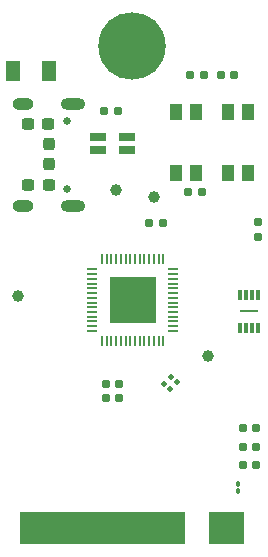
<source format=gbr>
%TF.GenerationSoftware,KiCad,Pcbnew,9.0.0*%
%TF.CreationDate,2025-02-28T21:47:31+01:00*%
%TF.ProjectId,ESP32S3_M.2_Board,45535033-3253-4335-9f4d-2e325f426f61,rev?*%
%TF.SameCoordinates,Original*%
%TF.FileFunction,Soldermask,Top*%
%TF.FilePolarity,Negative*%
%FSLAX46Y46*%
G04 Gerber Fmt 4.6, Leading zero omitted, Abs format (unit mm)*
G04 Created by KiCad (PCBNEW 9.0.0) date 2025-02-28 21:47:31*
%MOMM*%
%LPD*%
G01*
G04 APERTURE LIST*
G04 Aperture macros list*
%AMRoundRect*
0 Rectangle with rounded corners*
0 $1 Rounding radius*
0 $2 $3 $4 $5 $6 $7 $8 $9 X,Y pos of 4 corners*
0 Add a 4 corners polygon primitive as box body*
4,1,4,$2,$3,$4,$5,$6,$7,$8,$9,$2,$3,0*
0 Add four circle primitives for the rounded corners*
1,1,$1+$1,$2,$3*
1,1,$1+$1,$4,$5*
1,1,$1+$1,$6,$7*
1,1,$1+$1,$8,$9*
0 Add four rect primitives between the rounded corners*
20,1,$1+$1,$2,$3,$4,$5,0*
20,1,$1+$1,$4,$5,$6,$7,0*
20,1,$1+$1,$6,$7,$8,$9,0*
20,1,$1+$1,$8,$9,$2,$3,0*%
G04 Aperture macros list end*
%ADD10R,1.340000X0.700000*%
%ADD11R,0.300000X0.900000*%
%ADD12R,1.650000X0.250000*%
%ADD13C,1.000000*%
%ADD14O,1.800000X1.000000*%
%ADD15C,0.650000*%
%ADD16O,2.100000X1.000000*%
%ADD17RoundRect,0.160000X0.160000X-0.197500X0.160000X0.197500X-0.160000X0.197500X-0.160000X-0.197500X0*%
%ADD18RoundRect,0.155000X-0.212500X-0.155000X0.212500X-0.155000X0.212500X0.155000X-0.212500X0.155000X0*%
%ADD19RoundRect,0.100000X-0.162635X0.021213X0.021213X-0.162635X0.162635X-0.021213X-0.021213X0.162635X0*%
%ADD20RoundRect,0.237500X0.237500X-0.287500X0.237500X0.287500X-0.237500X0.287500X-0.237500X-0.287500X0*%
%ADD21RoundRect,0.050000X-0.350000X-0.050000X0.350000X-0.050000X0.350000X0.050000X-0.350000X0.050000X0*%
%ADD22RoundRect,0.050000X-0.050000X-0.350000X0.050000X-0.350000X0.050000X0.350000X-0.050000X0.350000X0*%
%ADD23R,4.000000X4.000000*%
%ADD24RoundRect,0.237500X0.300000X0.237500X-0.300000X0.237500X-0.300000X-0.237500X0.300000X-0.237500X0*%
%ADD25RoundRect,0.155000X0.212500X0.155000X-0.212500X0.155000X-0.212500X-0.155000X0.212500X-0.155000X0*%
%ADD26RoundRect,0.155000X-0.155000X0.212500X-0.155000X-0.212500X0.155000X-0.212500X0.155000X0.212500X0*%
%ADD27R,1.000000X1.450000*%
%ADD28R,1.150000X1.800000*%
%ADD29RoundRect,0.100000X0.100000X-0.130000X0.100000X0.130000X-0.100000X0.130000X-0.100000X-0.130000X0*%
%ADD30C,5.703200*%
%ADD31RoundRect,0.101600X-0.175000X-1.250000X0.175000X-1.250000X0.175000X1.250000X-0.175000X1.250000X0*%
%ADD32RoundRect,0.160000X0.197500X0.160000X-0.197500X0.160000X-0.197500X-0.160000X0.197500X-0.160000X0*%
G04 APERTURE END LIST*
D10*
%TO.C,LED1*%
X225990000Y-98750000D03*
X225990000Y-99850000D03*
X228460000Y-99850000D03*
X228460000Y-98750000D03*
%TD*%
D11*
%TO.C,U4*%
X238040000Y-114910000D03*
X238540000Y-114910000D03*
X239040000Y-114910000D03*
X239540000Y-114910000D03*
X239540000Y-112110000D03*
X239040000Y-112110000D03*
X238540000Y-112110000D03*
X238040000Y-112110000D03*
D12*
X238790000Y-113510000D03*
%TD*%
D13*
%TO.C,TP10*%
X227525000Y-103250000D03*
%TD*%
D14*
%TO.C,J1*%
X219685000Y-104620000D03*
D15*
X223365000Y-103190000D03*
X223365000Y-97410000D03*
D16*
X223865000Y-104620000D03*
D14*
X219685000Y-95980000D03*
D16*
X223865000Y-95980000D03*
%TD*%
D17*
%TO.C,R5*%
X239550000Y-107197500D03*
X239550000Y-106002500D03*
%TD*%
D18*
%TO.C,C16*%
X230340000Y-106075000D03*
X231475000Y-106075000D03*
%TD*%
D19*
%TO.C,R3*%
X231623726Y-119673726D03*
X232076274Y-120126274D03*
%TD*%
D20*
%TO.C,L3*%
X221875000Y-101075000D03*
X221875000Y-99325000D03*
%TD*%
D21*
%TO.C,U3*%
X225485000Y-109980000D03*
X225485000Y-110380000D03*
X225485000Y-110780000D03*
X225485000Y-111180000D03*
X225485000Y-111580000D03*
X225485000Y-111980000D03*
X225485000Y-112380000D03*
X225485000Y-112780000D03*
X225485000Y-113180000D03*
X225485000Y-113580000D03*
X225485000Y-113980000D03*
X225485000Y-114380000D03*
X225485000Y-114780000D03*
X225485000Y-115180000D03*
D22*
X226335000Y-116030000D03*
X226735000Y-116030000D03*
X227135000Y-116030000D03*
X227535000Y-116030000D03*
X227935000Y-116030000D03*
X228335000Y-116030000D03*
X228735000Y-116030000D03*
X229135000Y-116030000D03*
X229535000Y-116030000D03*
X229935000Y-116030000D03*
X230335000Y-116030000D03*
X230735000Y-116030000D03*
X231135000Y-116030000D03*
X231535000Y-116030000D03*
D21*
X232385000Y-115180000D03*
X232385000Y-114780000D03*
X232385000Y-114380000D03*
X232385000Y-113980000D03*
X232385000Y-113580000D03*
X232385000Y-113180000D03*
X232385000Y-112780000D03*
X232385000Y-112380000D03*
X232385000Y-111980000D03*
X232385000Y-111580000D03*
X232385000Y-111180000D03*
X232385000Y-110780000D03*
X232385000Y-110380000D03*
X232385000Y-109980000D03*
D22*
X231535000Y-109130000D03*
X231135000Y-109130000D03*
X230735000Y-109130000D03*
X230335000Y-109130000D03*
X229935000Y-109130000D03*
X229535000Y-109130000D03*
X229135000Y-109130000D03*
X228735000Y-109130000D03*
X228335000Y-109130000D03*
X227935000Y-109130000D03*
X227535000Y-109130000D03*
X227135000Y-109130000D03*
X226735000Y-109130000D03*
X226335000Y-109130000D03*
D23*
X228935000Y-112580000D03*
%TD*%
D24*
%TO.C,C15*%
X221812500Y-97675000D03*
X220087500Y-97675000D03*
%TD*%
D25*
%TO.C,C23*%
X227667500Y-96550000D03*
X226532500Y-96550000D03*
%TD*%
D26*
%TO.C,C18*%
X226650000Y-119707500D03*
X226650000Y-120842500D03*
%TD*%
D27*
%TO.C,RST1*%
X232625000Y-101825000D03*
X232625000Y-96675000D03*
X234325000Y-101825000D03*
X234325000Y-96675000D03*
%TD*%
D18*
%TO.C,C2*%
X238282500Y-126575000D03*
X239417500Y-126575000D03*
%TD*%
D24*
%TO.C,C12*%
X221837500Y-102825000D03*
X220112500Y-102825000D03*
%TD*%
D28*
%TO.C,ANT1*%
X221825000Y-93150000D03*
X218825000Y-93150000D03*
%TD*%
D26*
%TO.C,C11*%
X227800000Y-119707500D03*
X227800000Y-120842500D03*
%TD*%
D18*
%TO.C,C1*%
X238290000Y-123375000D03*
X239425000Y-123375000D03*
%TD*%
D13*
%TO.C,TP9*%
X235300000Y-117300000D03*
%TD*%
D19*
%TO.C,R4*%
X232223726Y-119073726D03*
X232676274Y-119526274D03*
%TD*%
D29*
%TO.C,JP1*%
X237900000Y-128770000D03*
X237900000Y-128130000D03*
%TD*%
D18*
%TO.C,C3*%
X238290000Y-124975000D03*
X239425000Y-124975000D03*
%TD*%
D13*
%TO.C,TP5*%
X219200000Y-112200000D03*
%TD*%
D30*
%TO.C,J2*%
X228900000Y-91100000D03*
D31*
X238150000Y-131850000D03*
X237650000Y-131850000D03*
X237150000Y-131850000D03*
X236650000Y-131850000D03*
X236150000Y-131850000D03*
X235650000Y-131850000D03*
X233150000Y-131850000D03*
X232650000Y-131850000D03*
X232150000Y-131850000D03*
X231650000Y-131850000D03*
X231150000Y-131850000D03*
X230650000Y-131850000D03*
X230150000Y-131850000D03*
X229650000Y-131850000D03*
X229150000Y-131850000D03*
X228650000Y-131850000D03*
X228150000Y-131850000D03*
X227650000Y-131850000D03*
X227150000Y-131850000D03*
X226650000Y-131850000D03*
X226150000Y-131850000D03*
X225650000Y-131850000D03*
X225150000Y-131850000D03*
X224650000Y-131850000D03*
X224150000Y-131850000D03*
X223650000Y-131850000D03*
X223150000Y-131850000D03*
X222650000Y-131850000D03*
X222150000Y-131850000D03*
X221650000Y-131850000D03*
X221150000Y-131850000D03*
X220650000Y-131850000D03*
X220150000Y-131850000D03*
X219650000Y-131850000D03*
%TD*%
D32*
%TO.C,R10*%
X234797500Y-103450000D03*
X233602500Y-103450000D03*
%TD*%
D13*
%TO.C,TP7*%
X230750000Y-103850000D03*
%TD*%
D25*
%TO.C,C25*%
X234967500Y-93525000D03*
X233832500Y-93525000D03*
%TD*%
D18*
%TO.C,C26*%
X236382500Y-93525000D03*
X237517500Y-93525000D03*
%TD*%
D27*
%TO.C,BOOT1*%
X238700000Y-96675000D03*
X238700000Y-101825000D03*
X237000000Y-96675000D03*
X237000000Y-101825000D03*
%TD*%
M02*

</source>
